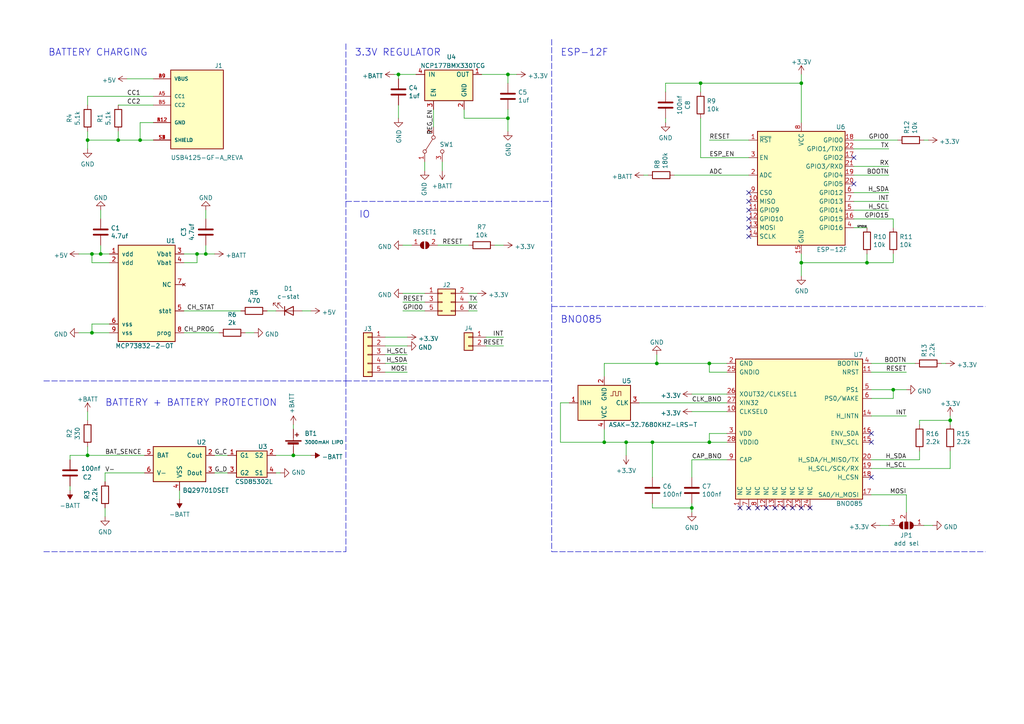
<source format=kicad_sch>
(kicad_sch (version 20211123) (generator eeschema)
  (paper "A4")
  (title_block (title "slime_minimax with bno085") (date "2022-11-16") (rev "c"))
  (lib_symbols
    (symbol "Battery_Management:BQ297xy" (pin_names (offset 1.016))
      (property "Reference" "U" (at -6.35 6.35 0))
      (property "Value" "BQ297xy" (at 5.08 -6.35 0))
      (symbol "BQ297xy_0_1"
        (rectangle (start -7.62 5.08) (end 7.62 -5.08) (stroke (width 0.254)) (fill (type background)))
      )
      (symbol "BQ297xy_1_1"
        (pin no_connect line (at 7.62 0 180) (length 2.54) hide (name "NC") (number "1"))
        (pin output line (at 10.16 2.54 180) (length 2.54) (name "Cout") (number "2"))
        (pin output line (at 10.16 -2.54 180) (length 2.54) (name "Dout") (number "3"))
        (pin power_in line (at 0 -7.62 90) (length 2.54) (name "VSS") (number "4"))
        (pin input line (at -10.16 2.54 0) (length 2.54) (name "BAT") (number "5"))
        (pin input line (at -10.16 -2.54 0) (length 2.54) (name "V-") (number "6"))
      )
    )
    (symbol "Connector_Generic:Conn_01x02" (pin_names (offset 1.016) hide)
      (property "Reference" "J" (at 0 2.54 0))
      (property "Value" "Conn_01x02" (at 0 -5.08 0))
      (symbol "Conn_01x02_1_1"
        (rectangle (start -1.27 -2.413) (end 0 -2.667) (stroke (width 0.1524)))
        (rectangle (start -1.27 0.127) (end 0 -0.127) (stroke (width 0.1524)))
        (rectangle (start -1.27 1.27) (end 1.27 -3.81) (stroke (width 0.254)) (fill (type background)))
        (pin passive line (at -5.08 0 0) (length 3.81) (name "Pin_1") (number "1"))
        (pin passive line (at -5.08 -2.54 0) (length 3.81) (name "Pin_2") (number "2"))
      )
    )
    (symbol "Connector_Generic:Conn_01x05" (pin_names (offset 1.016) hide)
      (property "Reference" "J" (at 0 7.62 0))
      (property "Value" "Conn_01x05" (at 0 -7.62 0))
      (symbol "Conn_01x05_1_1"
        (rectangle (start -1.27 -4.953) (end 0 -5.207) (stroke (width 0.1524)))
        (rectangle (start -1.27 -2.413) (end 0 -2.667) (stroke (width 0.1524)))
        (rectangle (start -1.27 0.127) (end 0 -0.127) (stroke (width 0.1524)))
        (rectangle (start -1.27 2.667) (end 0 2.413) (stroke (width 0.1524)))
        (rectangle (start -1.27 5.207) (end 0 4.953) (stroke (width 0.1524)))
        (rectangle (start -1.27 6.35) (end 1.27 -6.35) (stroke (width 0.254)) (fill (type background)))
        (pin passive line (at -5.08 5.08 0) (length 3.81) (name "Pin_1") (number "1"))
        (pin passive line (at -5.08 2.54 0) (length 3.81) (name "Pin_2") (number "2"))
        (pin passive line (at -5.08 0 0) (length 3.81) (name "Pin_3") (number "3"))
        (pin passive line (at -5.08 -2.54 0) (length 3.81) (name "Pin_4") (number "4"))
        (pin passive line (at -5.08 -5.08 0) (length 3.81) (name "Pin_5") (number "5"))
      )
    )
    (symbol "Connector_Generic:Conn_02x03_Odd_Even" (pin_names (offset 1.016) hide)
      (property "Reference" "J" (at 1.27 5.08 0))
      (property "Value" "Conn_02x03_Odd_Even" (at 1.27 -5.08 0))
      (symbol "Conn_02x03_Odd_Even_1_1"
        (rectangle (start -1.27 -2.413) (end 0 -2.667) (stroke (width 0.1524)))
        (rectangle (start -1.27 0.127) (end 0 -0.127) (stroke (width 0.1524)))
        (rectangle (start -1.27 2.667) (end 0 2.413) (stroke (width 0.1524)))
        (rectangle (start -1.27 3.81) (end 3.81 -3.81) (stroke (width 0.254)) (fill (type background)))
        (rectangle (start 3.81 -2.413) (end 2.54 -2.667) (stroke (width 0.1524)))
        (rectangle (start 3.81 0.127) (end 2.54 -0.127) (stroke (width 0.1524)))
        (rectangle (start 3.81 2.667) (end 2.54 2.413) (stroke (width 0.1524)))
        (pin passive line (at -5.08 2.54 0) (length 3.81) (name "Pin_1") (number "1"))
        (pin passive line (at 7.62 2.54 180) (length 3.81) (name "Pin_2") (number "2"))
        (pin passive line (at -5.08 0 0) (length 3.81) (name "Pin_3") (number "3"))
        (pin passive line (at 7.62 0 180) (length 3.81) (name "Pin_4") (number "4"))
        (pin passive line (at -5.08 -2.54 0) (length 3.81) (name "Pin_5") (number "5"))
        (pin passive line (at 7.62 -2.54 180) (length 3.81) (name "Pin_6") (number "6"))
      )
    )
    (symbol "Device:Battery_Cell" (pin_numbers hide) (pin_names (offset 0) hide)
      (property "Reference" "BT" (at 2.54 2.54 0))
      (property "Value" "Battery_Cell" (at 2.54 0 0))
      (symbol "Battery_Cell_0_1"
        (rectangle (start -2.286 1.778) (end 2.286 1.524) (fill (type outline)))
        (rectangle (start -1.5748 1.1938) (end 1.4732 0.6858) (fill (type outline)))
        (polyline (pts (xy 0 0.762) (xy 0 0)))
        (polyline (pts (xy 0 1.778) (xy 0 2.54)))
        (polyline (pts (xy 0.508 3.429) (xy 1.524 3.429)) (stroke (width 0.254)))
        (polyline (pts (xy 1.016 3.937) (xy 1.016 2.921)) (stroke (width 0.254)))
      )
      (symbol "Battery_Cell_1_1"
        (pin passive line (at 0 5.08 270) (length 2.54) (name "+") (number "1"))
        (pin passive line (at 0 -2.54 90) (length 2.54) (name "-") (number "2"))
      )
    )
    (symbol "Device:C" (pin_numbers hide) (pin_names (offset 0.254))
      (property "Reference" "C" (at 0.635 2.54 0))
      (property "Value" "C" (at 0.635 -2.54 0))
      (symbol "C_0_1"
        (polyline (pts (xy -2.032 -0.762) (xy 2.032 -0.762)) (stroke (width 0.508)))
        (polyline (pts (xy -2.032 0.762) (xy 2.032 0.762)) (stroke (width 0.508)))
      )
      (symbol "C_1_1"
        (pin passive line (at 0 3.81 270) (length 2.794) (name "~") (number "1"))
        (pin passive line (at 0 -3.81 90) (length 2.794) (name "~") (number "2"))
      )
    )
    (symbol "Device:LED" (pin_numbers hide) (pin_names (offset 1.016) hide)
      (property "Reference" "D" (at 0 2.54 0))
      (property "Value" "LED" (at 0 -2.54 0))
      (symbol "LED_0_1"
        (polyline (pts (xy -1.27 -1.27) (xy -1.27 1.27)) (stroke (width 0.254)))
        (polyline (pts (xy -1.27 0) (xy 1.27 0)))
        (polyline (pts (xy 1.27 -1.27) (xy 1.27 1.27) (xy -1.27 0) (xy 1.27 -1.27)) (stroke (width 0.254)))
        (polyline (pts (xy -3.048 -0.762) (xy -4.572 -2.286) (xy -3.81 -2.286) (xy -4.572 -2.286) (xy -4.572 -1.524)))
        (polyline (pts (xy -1.778 -0.762) (xy -3.302 -2.286) (xy -2.54 -2.286) (xy -3.302 -2.286) (xy -3.302 -1.524)))
      )
      (symbol "LED_1_1"
        (pin passive line (at -3.81 0 0) (length 2.54) (name "K") (number "1"))
        (pin passive line (at 3.81 0 180) (length 2.54) (name "A") (number "2"))
      )
    )
    (symbol "Device:R" (pin_numbers hide) (pin_names (offset 0))
      (property "Reference" "R" (at 2.032 0 90))
      (property "Value" "R" (at 0 0 90))
      (symbol "R_0_1"
        (rectangle (start -1.016 -2.54) (end 1.016 2.54) (stroke (width 0.254)))
      )
      (symbol "R_1_1"
        (pin passive line (at 0 3.81 270) (length 1.27) (name "~") (number "1"))
        (pin passive line (at 0 -3.81 90) (length 1.27) (name "~") (number "2"))
      )
    )
    (symbol "Jumper:SolderJumper_2_Open" (pin_names (offset 0) hide)
      (property "Reference" "JP" (at 0 2.032 0))
      (property "Value" "SolderJumper_2_Open" (at 0 -2.54 0))
      (symbol "SolderJumper_2_Open_0_1"
        (arc (start -0.254 1.016) (mid -1.27 0) (end -0.254 -1.016))
        (arc (start -0.254 1.016) (mid -1.27 0) (end -0.254 -1.016) (fill (type outline)))
        (polyline (pts (xy -0.254 1.016) (xy -0.254 -1.016)))
        (polyline (pts (xy 0.254 1.016) (xy 0.254 -1.016)))
        (arc (start 0.254 -1.016) (mid 1.27 0) (end 0.254 1.016))
        (arc (start 0.254 -1.016) (mid 1.27 0) (end 0.254 1.016) (fill (type outline)))
      )
      (symbol "SolderJumper_2_Open_1_1"
        (pin passive line (at -3.81 0 0) (length 2.54) (name "A") (number "1"))
        (pin passive line (at 3.81 0 180) (length 2.54) (name "B") (number "2"))
      )
    )
    (symbol "RF_Module:ESP-12E"
      (property "Reference" "U" (at -12.7 19.05 0))
      (property "Value" "ESP-12E" (at 12.7 19.05 0))
      (symbol "ESP-12E_0_1"
        (rectangle (start -12.7 17.78) (end 12.7 -15.24) (stroke (width 0.254)) (fill (type background)))
      )
      (symbol "ESP-12E_1_1"
        (pin input line (at -15.24 15.24 0) (length 2.54) (name "~{RST}") (number "1"))
        (pin bidirectional line (at -15.24 -2.54 0) (length 2.54) (name "MISO") (number "10"))
        (pin bidirectional line (at -15.24 -5.08 0) (length 2.54) (name "GPIO9") (number "11"))
        (pin bidirectional line (at -15.24 -7.62 0) (length 2.54) (name "GPIO10") (number "12"))
        (pin bidirectional line (at -15.24 -10.16 0) (length 2.54) (name "MOSI") (number "13"))
        (pin bidirectional line (at -15.24 -12.7 0) (length 2.54) (name "SCLK") (number "14"))
        (pin power_in line (at 0 -17.78 90) (length 2.54) (name "GND") (number "15"))
        (pin bidirectional line (at 15.24 -7.62 180) (length 2.54) (name "GPIO15") (number "16"))
        (pin bidirectional line (at 15.24 10.16 180) (length 2.54) (name "GPIO2") (number "17"))
        (pin bidirectional line (at 15.24 15.24 180) (length 2.54) (name "GPIO0") (number "18"))
        (pin bidirectional line (at 15.24 5.08 180) (length 2.54) (name "GPIO4") (number "19"))
        (pin input line (at -15.24 5.08 0) (length 2.54) (name "ADC") (number "2"))
        (pin bidirectional line (at 15.24 2.54 180) (length 2.54) (name "GPIO5") (number "20"))
        (pin bidirectional line (at 15.24 7.62 180) (length 2.54) (name "GPIO3/RXD") (number "21"))
        (pin bidirectional line (at 15.24 12.7 180) (length 2.54) (name "GPIO1/TXD") (number "22"))
        (pin input line (at -15.24 10.16 0) (length 2.54) (name "EN") (number "3"))
        (pin bidirectional line (at 15.24 -10.16 180) (length 2.54) (name "GPIO16") (number "4"))
        (pin bidirectional line (at 15.24 -5.08 180) (length 2.54) (name "GPIO14") (number "5"))
        (pin bidirectional line (at 15.24 0 180) (length 2.54) (name "GPIO12") (number "6"))
        (pin bidirectional line (at 15.24 -2.54 180) (length 2.54) (name "GPIO13") (number "7"))
        (pin power_in line (at 0 20.32 270) (length 2.54) (name "VCC") (number "8"))
        (pin input line (at -15.24 0 0) (length 2.54) (name "CS0") (number "9"))
      )
    )
    (symbol "Switch:SW_SPDT" (pin_names (offset 0) hide)
      (property "Reference" "SW" (at 0 4.318 0))
      (property "Value" "SW_SPDT" (at 0 -5.08 0))
      (symbol "SW_SPDT_0_0"
        (circle (center -2.032 0) (radius 0.508))
        (circle (center 2.032 -2.54) (radius 0.508))
      )
      (symbol "SW_SPDT_0_1"
        (polyline (pts (xy -1.524 0.254) (xy 1.651 2.286)))
        (circle (center 2.032 2.54) (radius 0.508))
      )
      (symbol "SW_SPDT_1_1"
        (pin passive line (at 5.08 2.54 180) (length 2.54) (name "A") (number "1"))
        (pin passive line (at -5.08 0 0) (length 2.54) (name "B") (number "2"))
        (pin passive line (at 5.08 -2.54 180) (length 2.54) (name "C") (number "3"))
      )
    )
    (symbol "power:+3.3V" (power) (pin_names (offset 0))
      (property "Value" "+3.3V" (at 0 3.556 0))
      (symbol "+3.3V_0_1"
        (polyline (pts (xy -0.762 1.27) (xy 0 2.54)))
        (polyline (pts (xy 0 0) (xy 0 2.54)))
        (polyline (pts (xy 0 2.54) (xy 0.762 1.27)))
      )
      (symbol "+3.3V_1_1"
        (pin power_in line (at 0 0 90) (length 0) hide (name "+3.3V") (number "1"))
      )
    )
    (symbol "power:+5V" (power) (pin_names (offset 0))
      (property "Value" "+5V" (at 0 3.556 0))
      (symbol "+5V_0_1"
        (polyline (pts (xy -0.762 1.27) (xy 0 2.54)))
        (polyline (pts (xy 0 0) (xy 0 2.54)))
        (polyline (pts (xy 0 2.54) (xy 0.762 1.27)))
      )
      (symbol "+5V_1_1"
        (pin power_in line (at 0 0 90) (length 0) hide (name "+5V") (number "1"))
      )
    )
    (symbol "power:+BATT" (power) (pin_names (offset 0))
      (property "Value" "+BATT" (at 0 3.556 0))
      (symbol "+BATT_0_1"
        (polyline (pts (xy -0.762 1.27) (xy 0 2.54)))
        (polyline (pts (xy 0 0) (xy 0 2.54)))
        (polyline (pts (xy 0 2.54) (xy 0.762 1.27)))
      )
      (symbol "+BATT_1_1"
        (pin power_in line (at 0 0 90) (length 0) hide (name "+BATT") (number "1"))
      )
    )
    (symbol "power:-BATT" (power) (pin_names (offset 0))
      (property "Value" "-BATT" (at 0 3.556 0))
      (symbol "-BATT_0_1"
        (polyline (pts (xy 0 0) (xy 0 2.54)))
        (polyline (pts (xy 0.762 1.27) (xy -0.762 1.27) (xy 0 2.54) (xy 0.762 1.27)) (fill (type outline)))
      )
      (symbol "-BATT_1_1"
        (pin power_in line (at 0 0 90) (length 0) hide (name "-BATT") (number "1"))
      )
    )
    (symbol "power:GND" (power) (pin_names (offset 0))
      (property "Value" "GND" (at 0 -3.81 0))
      (symbol "GND_0_1"
        (polyline (pts (xy 0 0) (xy 0 -1.27) (xy 1.27 -1.27) (xy 0 -2.54) (xy -1.27 -1.27) (xy 0 -1.27)))
      )
      (symbol "GND_1_1"
        (pin power_in line (at 0 0 270) (length 0) hide (name "GND") (number "1"))
      )
    )
    (symbol "slime-rescue:BNO085-Sensor" (pin_names (offset 1.016))
      (property "Reference" "U" (at 0 0 0))
      (property "Value" "BNO085-Sensor" (at 0 -3.81 0))
      (symbol "BNO085-Sensor_0_1"
        (rectangle (start -19.05 -2.54) (end 17.78 -43.18) (stroke (width 0.254)) (fill (type background)))
      )
      (symbol "BNO085-Sensor_1_1"
        (pin no_connect line (at -17.78 -45.72 90) (length 2.54) (name "NC") (number "1"))
        (pin input line (at -21.59 -17.78 0) (length 2.54) (name "CLKSEL0") (number "10"))
        (pin input line (at 20.32 -6.35 180) (length 2.54) (name "NRST") (number "11"))
        (pin no_connect line (at -10.16 -45.72 90) (length 2.54) (name "NC") (number "12"))
        (pin no_connect line (at -7.62 -45.72 90) (length 2.54) (name "NC") (number "13"))
        (pin output line (at 20.32 -19.05 180) (length 2.54) (name "H_INTN") (number "14"))
        (pin bidirectional line (at 20.32 -26.67 180) (length 2.54) (name "ENV_SCL") (number "15"))
        (pin bidirectional line (at 20.32 -24.13 180) (length 2.54) (name "ENV_SDA") (number "16"))
        (pin input line (at 20.32 -41.91 180) (length 2.54) (name "SA0/H_MOSI") (number "17"))
        (pin input line (at 20.32 -36.83 180) (length 2.54) (name "H_CSN") (number "18"))
        (pin bidirectional line (at 20.32 -34.29 180) (length 2.54) (name "H_SCL/SCK/RX") (number "19"))
        (pin power_in line (at -21.59 -3.81 0) (length 2.54) (name "GND") (number "2"))
        (pin bidirectional line (at 20.32 -31.75 180) (length 2.54) (name "H_SDA/H_MISO/TX") (number "20"))
        (pin no_connect line (at -5.08 -45.72 90) (length 2.54) (name "NC") (number "21"))
        (pin no_connect line (at -2.54 -45.72 90) (length 2.54) (name "NC") (number "22"))
        (pin no_connect line (at 0 -45.72 90) (length 2.54) (name "NC") (number "23"))
        (pin no_connect line (at 2.54 -45.72 90) (length 2.54) (name "NC") (number "24"))
        (pin power_in line (at -21.59 -6.35 0) (length 2.54) (name "GNDIO") (number "25"))
        (pin output line (at -21.59 -12.7 0) (length 2.54) (name "XOUT32/CLKSEL1") (number "26"))
        (pin input line (at -21.59 -15.24 0) (length 2.54) (name "XIN32") (number "27"))
        (pin power_in line (at -21.59 -26.67 0) (length 2.54) (name "VDDIO") (number "28"))
        (pin power_in line (at -21.59 -24.13 0) (length 2.54) (name "VDD") (number "3"))
        (pin input line (at 20.32 -3.81 180) (length 2.54) (name "BOOTN") (number "4"))
        (pin input line (at 20.32 -11.43 180) (length 2.54) (name "PS1") (number "5"))
        (pin input line (at 20.32 -13.97 180) (length 2.54) (name "PS0/WAKE") (number "6"))
        (pin no_connect line (at -15.24 -45.72 90) (length 2.54) (name "NC") (number "7"))
        (pin no_connect line (at -12.7 -45.72 90) (length 2.54) (name "NC") (number "8"))
        (pin input line (at -21.59 -31.75 0) (length 2.54) (name "CAP") (number "9"))
      )
    )
    (symbol "slime-rescue:CSD85302L-Transistor_FET" (pin_names (offset 1.016))
      (property "Reference" "U" (at 0 0 0))
      (property "Value" "CSD85302L-Transistor_FET" (at 0 0 0))
      (symbol "CSD85302L-Transistor_FET_0_1"
        (rectangle (start -5.08 -3.81) (end 3.81 -11.43) (stroke (width 0.254)) (fill (type background)))
      )
      (symbol "CSD85302L-Transistor_FET_1_1"
        (pin input line (at -7.62 -5.08 0) (length 2.54) (name "G1") (number "1"))
        (pin input line (at 6.35 -5.08 180) (length 2.54) (name "S2") (number "2"))
        (pin input line (at -7.62 -10.16 0) (length 2.54) (name "G2") (number "3"))
        (pin input line (at 6.35 -10.16 180) (length 2.54) (name "S1") (number "4"))
      )
    )
    (symbol "slime-rescue:KC2520Z-Oscillator"
      (property "Reference" "U" (at 2.54 12.7 0))
      (property "Value" "KC2520Z-Oscillator" (at 6.35 10.16 0))
      (symbol "KC2520Z-Oscillator_0_1"
        (rectangle (start -7.62 5.08) (end 7.62 -5.08) (stroke (width 0.254)) (fill (type background)))
      )
      (symbol "KC2520Z-Oscillator_1_1"
        (polyline (pts (xy 1.778 2.032) (xy 2.54 2.032) (xy 2.54 3.302) (xy 3.302 3.302) (xy 3.302 2.032) (xy 4.064 2.032) (xy 4.064 3.302) (xy 4.826 3.302) (xy 4.826 2.032)))
        (pin input line (at -10.16 0 0) (length 2.54) (name "INH") (number "1"))
        (pin power_in line (at 0 7.62 270) (length 2.54) (name "GND") (number "2"))
        (pin output line (at 10.16 0 180) (length 2.54) (name "CLK") (number "3"))
        (pin power_in line (at 0 -7.62 90) (length 2.54) (name "VCC") (number "4"))
      )
    )
    (symbol "slime-rescue:MCP73832-2-OT-Battery_Management" (pin_names (offset 1.016))
      (property "Reference" "U" (at -7.62 6.35 0))
      (property "Value" "MCP73832-2-OT-Battery_Management" (at 1.27 6.35 0))
      (symbol "MCP73832-2-OT-Battery_Management_0_1"
        (rectangle (start -7.62 5.08) (end 8.89 -22.86) (stroke (width 0.254)) (fill (type background)))
      )
      (symbol "MCP73832-2-OT-Battery_Management_1_1"
        (pin power_in line (at -10.16 2.54 0) (length 2.54) (name "vdd") (number "1"))
        (pin power_in line (at -10.16 0 0) (length 2.54) (name "vdd") (number "2"))
        (pin input line (at 11.43 2.54 180) (length 2.54) (name "Vbat") (number "3"))
        (pin input line (at 11.43 0 180) (length 2.54) (name "Vbat") (number "4"))
        (pin input line (at 11.43 -13.97 180) (length 2.54) (name "stat") (number "5"))
        (pin power_out line (at -10.16 -17.78 0) (length 2.54) (name "vss") (number "6"))
        (pin no_connect line (at 11.43 -6.35 180) (length 2.54) (name "NC") (number "7"))
        (pin input line (at 11.43 -20.32 180) (length 2.54) (name "prog") (number "8"))
        (pin power_out line (at -10.16 -20.32 0) (length 2.54) (name "vss") (number "9"))
      )
    )
    (symbol "slime-rescue:NCP177BMX330TCG-Regulator_Linear" (pin_names (offset 1.016))
      (property "Reference" "U" (at 1.27 8.89 0))
      (property "Value" "NCP177BMX330TCG-Regulator_Linear" (at 1.27 6.35 0))
      (symbol "NCP177BMX330TCG-Regulator_Linear_0_1"
        (rectangle (start -5.08 3.81) (end 8.89 -5.08) (stroke (width 0.254)) (fill (type background)))
      )
      (symbol "NCP177BMX330TCG-Regulator_Linear_1_1"
        (pin power_out line (at 11.43 2.54 180) (length 2.54) (name "OUT") (number "1"))
        (pin power_in line (at 6.35 -7.62 90) (length 2.54) (name "GND") (number "2"))
        (pin input line (at -2.54 -7.62 90) (length 2.54) (name "EN") (number "3"))
        (pin power_in line (at -7.62 2.54 0) (length 2.54) (name "IN") (number "4"))
      )
    )
    (symbol "slime-rescue:SolderJumper_3_Open-Jumper" (pin_names (offset 0) hide)
      (property "Reference" "JP" (at -2.54 -2.54 0))
      (property "Value" "SolderJumper_3_Open-Jumper" (at 0 2.794 0))
      (symbol "SolderJumper_3_Open-Jumper_0_1"
        (arc (start -1.016 1.016) (mid -2.032 0) (end -1.016 -1.016))
        (arc (start -1.016 1.016) (mid -2.032 0) (end -1.016 -1.016) (fill (type outline)))
        (rectangle (start -0.508 1.016) (end 0.508 -1.016) (fill (type outline)))
        (polyline (pts (xy -2.54 0) (xy -2.032 0)))
        (polyline (pts (xy -1.016 1.016) (xy -1.016 -1.016)))
        (polyline (pts (xy 0 -1.27) (xy 0 -1.016)))
        (polyline (pts (xy 1.016 1.016) (xy 1.016 -1.016)))
        (polyline (pts (xy 2.54 0) (xy 2.032 0)))
        (arc (start 1.016 -1.016) (mid 2.032 0) (end 1.016 1.016))
        (arc (start 1.016 -1.016) (mid 2.032 0) (end 1.016 1.016) (fill (type outline)))
      )
      (symbol "SolderJumper_3_Open-Jumper_1_1"
        (pin passive line (at -5.08 0 0) (length 2.54) (name "A") (number "1"))
        (pin input line (at 0 -3.81 90) (length 2.54) (name "C") (number "2"))
        (pin passive line (at 5.08 0 180) (length 2.54) (name "B") (number "3"))
      )
    )
    (symbol "slime-rescue:USB4125-GF-A_REVA-USB4125-GF-A_REVA" (pin_names (offset 1.016))
      (property "Reference" "J" (at -7.62 10.922 0))
      (property "Value" "USB4125-GF-A_REVA-USB4125-GF-A_REVA" (at -7.62 -13.462 0))
      (symbol "USB4125-GF-A_REVA-USB4125-GF-A_REVA_0_0"
        (rectangle (start -7.62 -12.7) (end 7.62 10.16) (stroke (width 0.254)) (fill (type background)))
        (pin power_in line (at -12.7 -5.08 0) (length 5.08) (name "GND") (number "A12"))
        (pin bidirectional line (at -12.7 2.54 0) (length 5.08) (name "CC1") (number "A5"))
        (pin power_in line (at -12.7 7.62 0) (length 5.08) (name "VBUS") (number "A9"))
        (pin power_in line (at -12.7 -5.08 0) (length 5.08) (name "GND") (number "B12"))
        (pin bidirectional line (at -12.7 0 0) (length 5.08) (name "CC2") (number "B5"))
        (pin power_in line (at -12.7 7.62 0) (length 5.08) (name "VBUS") (number "B9"))
        (pin passive line (at -12.7 -10.16 0) (length 5.08) (name "SHIELD") (number "S1"))
        (pin passive line (at -12.7 -10.16 0) (length 5.08) (name "SHIELD") (number "S2"))
        (pin passive line (at -12.7 -10.16 0) (length 5.08) (name "SHIELD") (number "S3"))
        (pin passive line (at -12.7 -10.16 0) (length 5.08) (name "SHIELD") (number "S4"))
      )
    )
  )
  (junction (at 29.21 73.66))
  (junction (at 59.69 73.66))
  (junction (at 85.09 132.08))
  (junction (at 200.66 147.32))
  (junction (at 26.67 73.66))
  (junction (at 25.4 132.08))
  (junction (at 205.74 105.41))
  (junction (at 26.67 96.52))
  (junction (at 203.2 24.13))
  (junction (at 251.46 76.2))
  (junction (at 181.61 128.27))
  (junction (at 189.23 128.27))
  (junction (at 57.15 73.66))
  (junction (at 205.74 128.27))
  (junction (at 147.32 21.59))
  (junction (at 34.29 40.64))
  (junction (at 25.4 40.64))
  (junction (at 147.32 34.29))
  (junction (at 232.41 24.13))
  (junction (at 40.64 40.64))
  (junction (at 275.59 121.92))
  (junction (at 259.08 113.03))
  (junction (at 175.26 128.27))
  (junction (at 115.57 21.59))
  (junction (at 190.5 105.41))
  (junction (at 232.41 76.2))
  (no_connect (at 252.73 125.73))
  (no_connect (at 217.17 66.04))
  (no_connect (at 217.17 55.88))
  (no_connect (at 247.65 53.34))
  (no_connect (at 234.95 147.32))
  (no_connect (at 219.71 147.32))
  (no_connect (at 232.41 147.32))
  (no_connect (at 217.17 147.32))
  (no_connect (at 227.33 147.32))
  (no_connect (at 214.63 147.32))
  (no_connect (at 224.79 147.32))
  (no_connect (at 217.17 68.58))
  (no_connect (at 252.73 138.43))
  (no_connect (at 217.17 60.96))
  (no_connect (at 217.17 63.5))
  (no_connect (at 252.73 128.27))
  (no_connect (at 247.65 45.72))
  (no_connect (at 229.87 147.32))
  (no_connect (at 217.17 58.42))
  (no_connect (at 222.25 147.32))
  (wire (pts (xy 200.66 119.38) (xy 210.82 119.38)))
  (wire (pts (xy 147.32 21.59) (xy 149.86 21.59)))
  (wire (pts (xy 57.15 73.66) (xy 57.15 76.2)))
  (wire (pts (xy 200.66 114.3) (xy 210.82 114.3)))
  (wire (pts (xy 62.23 132.08) (xy 66.04 132.08)))
  (wire (pts (xy 59.69 73.66) (xy 62.23 73.66)))
  (wire (pts (xy 36.83 22.86) (xy 44.45 22.86)))
  (wire (pts (xy 147.32 31.75) (xy 147.32 34.29)))
  (wire (pts (xy 123.19 46.99) (xy 123.19 49.53)))
  (wire (pts (xy 200.66 146.05) (xy 200.66 147.32)))
  (wire (pts (xy 247.65 58.42) (xy 257.81 58.42)))
  (wire (pts (xy 266.7 121.92) (xy 275.59 121.92)))
  (wire (pts (xy 175.26 109.22) (xy 175.26 105.41)))
  (wire (pts (xy 115.57 30.48) (xy 115.57 34.29)))
  (wire (pts (xy 162.56 128.27) (xy 175.26 128.27)))
  (wire (pts (xy 247.65 55.88) (xy 257.81 55.88)))
  (wire (pts (xy 25.4 40.64) (xy 34.29 40.64)))
  (polyline (pts (xy 160.02 11.43) (xy 160.02 58.42)))
  (wire (pts (xy 53.34 96.52) (xy 63.5 96.52)))
  (wire (pts (xy 259.08 76.2) (xy 259.08 73.66)))
  (wire (pts (xy 31.75 93.98) (xy 26.67 93.98)))
  (wire (pts (xy 147.32 24.13) (xy 147.32 21.59)))
  (wire (pts (xy 128.27 46.99) (xy 128.27 49.53)))
  (wire (pts (xy 62.23 137.16) (xy 66.04 137.16)))
  (wire (pts (xy 186.69 50.8) (xy 187.96 50.8)))
  (wire (pts (xy 29.21 60.96) (xy 29.21 63.5)))
  (wire (pts (xy 247.65 66.04) (xy 251.46 66.04)))
  (wire (pts (xy 87.63 90.17) (xy 90.17 90.17)))
  (wire (pts (xy 116.84 87.63) (xy 123.19 87.63)))
  (wire (pts (xy 111.76 105.41) (xy 118.11 105.41)))
  (polyline (pts (xy 100.33 58.42) (xy 160.02 58.42)))
  (wire (pts (xy 143.51 71.12) (xy 146.05 71.12)))
  (polyline (pts (xy 100.33 110.49) (xy 100.33 160.02)))
  (wire (pts (xy 40.64 40.64) (xy 44.45 40.64)))
  (wire (pts (xy 232.41 21.59) (xy 232.41 24.13)))
  (wire (pts (xy 181.61 128.27) (xy 181.61 132.08)))
  (wire (pts (xy 175.26 124.46) (xy 175.26 128.27)))
  (wire (pts (xy 252.73 133.35) (xy 266.7 133.35)))
  (wire (pts (xy 140.97 100.33) (xy 146.05 100.33)))
  (wire (pts (xy 114.3 21.59) (xy 115.57 21.59)))
  (wire (pts (xy 80.01 132.08) (xy 85.09 132.08)))
  (polyline (pts (xy 100.33 110.49) (xy 160.02 110.49)))
  (wire (pts (xy 34.29 38.1) (xy 34.29 40.64)))
  (wire (pts (xy 34.29 40.64) (xy 40.64 40.64)))
  (wire (pts (xy 185.42 116.84) (xy 210.82 116.84)))
  (wire (pts (xy 140.97 97.79) (xy 146.05 97.79)))
  (wire (pts (xy 175.26 128.27) (xy 181.61 128.27)))
  (wire (pts (xy 267.97 152.4) (xy 270.51 152.4)))
  (wire (pts (xy 247.65 40.64) (xy 260.35 40.64)))
  (wire (pts (xy 135.89 90.17) (xy 138.43 90.17)))
  (wire (pts (xy 116.84 85.09) (xy 123.19 85.09)))
  (wire (pts (xy 200.66 133.35) (xy 210.82 133.35)))
  (wire (pts (xy 26.67 93.98) (xy 26.67 96.52)))
  (wire (pts (xy 53.34 76.2) (xy 57.15 76.2)))
  (wire (pts (xy 193.04 34.29) (xy 193.04 35.56)))
  (wire (pts (xy 190.5 105.41) (xy 205.74 105.41)))
  (wire (pts (xy 34.29 30.48) (xy 44.45 30.48)))
  (wire (pts (xy 275.59 121.92) (xy 275.59 123.19)))
  (wire (pts (xy 181.61 128.27) (xy 189.23 128.27)))
  (wire (pts (xy 267.97 40.64) (xy 269.24 40.64)))
  (wire (pts (xy 210.82 125.73) (xy 205.74 125.73)))
  (wire (pts (xy 22.86 73.66) (xy 26.67 73.66)))
  (polyline (pts (xy 160.02 88.9) (xy 160.02 160.02)))
  (wire (pts (xy 20.32 132.08) (xy 25.4 132.08)))
  (wire (pts (xy 22.86 96.52) (xy 26.67 96.52)))
  (wire (pts (xy 25.4 27.94) (xy 25.4 30.48)))
  (wire (pts (xy 116.84 71.12) (xy 119.38 71.12)))
  (wire (pts (xy 210.82 107.95) (xy 205.74 107.95)))
  (wire (pts (xy 275.59 120.65) (xy 275.59 121.92)))
  (wire (pts (xy 53.34 90.17) (xy 69.85 90.17)))
  (wire (pts (xy 232.41 73.66) (xy 232.41 76.2)))
  (wire (pts (xy 26.67 73.66) (xy 29.21 73.66)))
  (wire (pts (xy 20.32 140.97) (xy 20.32 142.24)))
  (wire (pts (xy 193.04 26.67) (xy 193.04 24.13)))
  (wire (pts (xy 26.67 73.66) (xy 26.67 76.2)))
  (polyline (pts (xy 12.7 160.02) (xy 100.33 160.02)))
  (wire (pts (xy 57.15 73.66) (xy 59.69 73.66)))
  (polyline (pts (xy 100.33 12.7) (xy 100.33 110.49)))
  (wire (pts (xy 200.66 147.32) (xy 200.66 148.59)))
  (wire (pts (xy 25.4 132.08) (xy 41.91 132.08)))
  (wire (pts (xy 266.7 133.35) (xy 266.7 130.81)))
  (wire (pts (xy 252.73 113.03) (xy 259.08 113.03)))
  (wire (pts (xy 252.73 115.57) (xy 259.08 115.57)))
  (wire (pts (xy 162.56 116.84) (xy 162.56 128.27)))
  (wire (pts (xy 30.48 137.16) (xy 41.91 137.16)))
  (wire (pts (xy 266.7 123.19) (xy 266.7 121.92)))
  (polyline (pts (xy 160.02 88.9) (xy 285.75 88.9)))
  (wire (pts (xy 189.23 147.32) (xy 200.66 147.32)))
  (wire (pts (xy 25.4 38.1) (xy 25.4 40.64)))
  (wire (pts (xy 80.01 137.16) (xy 81.28 137.16)))
  (wire (pts (xy 115.57 21.59) (xy 120.65 21.59)))
  (wire (pts (xy 125.73 31.75) (xy 125.73 36.83)))
  (wire (pts (xy 255.27 152.4) (xy 257.81 152.4)))
  (wire (pts (xy 252.73 105.41) (xy 265.43 105.41)))
  (wire (pts (xy 111.76 102.87) (xy 118.11 102.87)))
  (wire (pts (xy 116.84 90.17) (xy 123.19 90.17)))
  (wire (pts (xy 59.69 71.12) (xy 59.69 73.66)))
  (wire (pts (xy 30.48 137.16) (xy 30.48 139.7)))
  (polyline (pts (xy 160.02 160.02) (xy 285.75 160.02)))
  (wire (pts (xy 134.62 34.29) (xy 147.32 34.29)))
  (wire (pts (xy 203.2 45.72) (xy 217.17 45.72)))
  (wire (pts (xy 203.2 24.13) (xy 232.41 24.13)))
  (wire (pts (xy 115.57 21.59) (xy 115.57 22.86)))
  (wire (pts (xy 29.21 71.12) (xy 29.21 73.66)))
  (wire (pts (xy 262.89 143.51) (xy 262.89 148.59)))
  (wire (pts (xy 85.09 132.08) (xy 90.17 132.08)))
  (wire (pts (xy 275.59 135.89) (xy 275.59 130.81)))
  (wire (pts (xy 26.67 76.2) (xy 31.75 76.2)))
  (wire (pts (xy 259.08 115.57) (xy 259.08 113.03)))
  (polyline (pts (xy 12.7 110.49) (xy 100.33 110.49)))
  (wire (pts (xy 175.26 105.41) (xy 190.5 105.41)))
  (wire (pts (xy 85.09 123.19) (xy 85.09 124.46)))
  (wire (pts (xy 200.66 133.35) (xy 200.66 138.43)))
  (wire (pts (xy 247.65 43.18) (xy 257.81 43.18)))
  (wire (pts (xy 203.2 24.13) (xy 203.2 26.67)))
  (wire (pts (xy 25.4 40.64) (xy 25.4 43.18)))
  (wire (pts (xy 247.65 60.96) (xy 257.81 60.96)))
  (polyline (pts (xy 160.02 58.42) (xy 160.02 88.9)))
  (wire (pts (xy 44.45 35.56) (xy 40.64 35.56)))
  (wire (pts (xy 29.21 73.66) (xy 31.75 73.66)))
  (wire (pts (xy 77.47 90.17) (xy 80.01 90.17)))
  (wire (pts (xy 189.23 128.27) (xy 189.23 138.43)))
  (wire (pts (xy 205.74 107.95) (xy 205.74 105.41)))
  (wire (pts (xy 252.73 120.65) (xy 262.89 120.65)))
  (wire (pts (xy 139.7 21.59) (xy 147.32 21.59)))
  (wire (pts (xy 252.73 107.95) (xy 262.89 107.95)))
  (wire (pts (xy 273.05 105.41) (xy 274.32 105.41)))
  (wire (pts (xy 135.89 87.63) (xy 138.43 87.63)))
  (wire (pts (xy 111.76 97.79) (xy 118.11 97.79)))
  (wire (pts (xy 147.32 34.29) (xy 147.32 38.1)))
  (wire (pts (xy 205.74 128.27) (xy 210.82 128.27)))
  (wire (pts (xy 205.74 40.64) (xy 217.17 40.64)))
  (wire (pts (xy 259.08 113.03) (xy 262.89 113.03)))
  (wire (pts (xy 259.08 63.5) (xy 259.08 66.04)))
  (wire (pts (xy 26.67 96.52) (xy 31.75 96.52)))
  (wire (pts (xy 71.12 96.52) (xy 73.66 96.52)))
  (wire (pts (xy 247.65 50.8) (xy 257.81 50.8)))
  (wire (pts (xy 217.17 50.8) (xy 195.58 50.8)))
  (wire (pts (xy 53.34 73.66) (xy 57.15 73.66)))
  (wire (pts (xy 135.89 85.09) (xy 138.43 85.09)))
  (wire (pts (xy 205.74 125.73) (xy 205.74 128.27)))
  (wire (pts (xy 25.4 119.38) (xy 25.4 121.92)))
  (wire (pts (xy 251.46 73.66) (xy 251.46 76.2)))
  (wire (pts (xy 247.65 63.5) (xy 259.08 63.5)))
  (wire (pts (xy 165.1 116.84) (xy 162.56 116.84)))
  (wire (pts (xy 40.64 35.56) (xy 40.64 40.64)))
  (wire (pts (xy 25.4 129.54) (xy 25.4 132.08)))
  (wire (pts (xy 247.65 48.26) (xy 257.81 48.26)))
  (wire (pts (xy 232.41 24.13) (xy 232.41 35.56)))
  (wire (pts (xy 232.41 76.2) (xy 251.46 76.2)))
  (wire (pts (xy 59.69 60.96) (xy 59.69 63.5)))
  (wire (pts (xy 127 71.12) (xy 135.89 71.12)))
  (wire (pts (xy 111.76 107.95) (xy 118.11 107.95)))
  (wire (pts (xy 134.62 31.75) (xy 134.62 34.29)))
  (wire (pts (xy 193.04 24.13) (xy 203.2 24.13)))
  (wire (pts (xy 232.41 76.2) (xy 232.41 80.01)))
  (wire (pts (xy 52.07 142.24) (xy 52.07 144.78)))
  (wire (pts (xy 30.48 147.32) (xy 30.48 149.86)))
  (wire (pts (xy 189.23 128.27) (xy 205.74 128.27)))
  (wire (pts (xy 252.73 143.51) (xy 262.89 143.51)))
  (wire (pts (xy 252.73 135.89) (xy 275.59 135.89)))
  (wire (pts (xy 203.2 34.29) (xy 203.2 45.72)))
  (wire (pts (xy 190.5 102.87) (xy 190.5 105.41)))
  (wire (pts (xy 111.76 100.33) (xy 118.11 100.33)))
  (wire (pts (xy 189.23 146.05) (xy 189.23 147.32)))
  (wire (pts (xy 251.46 76.2) (xy 259.08 76.2)))
  (wire (pts (xy 44.45 27.94) (xy 25.4 27.94)))
  (wire (pts (xy 20.32 132.08) (xy 20.32 133.35)))
  (wire (pts (xy 205.74 105.41) (xy 210.82 105.41)))
  (text "3.3V REGULATOR" (at 102.87 16.51 0) (effects (font (size 2 2)) (justify left bottom)))
  (text "ESP-12F" (at 162.56 16.51 0) (effects (font (size 2 2)) (justify left bottom)))
  (text "BATTERY CHARGING" (at 13.97 16.51 0) (effects (font (size 2 2)) (justify left bottom)))
  (text "BNO085" (at 162.56 93.98 0) (effects (font (size 2 2)) (justify left bottom)))
  (text "BATTERY + BATTERY PROTECTION" (at 30.48 118.11 0) (effects (font (size 2 2)) (justify left bottom)))
  (text "IO" (at 104.14 63.5 0) (effects (font (size 2 2)) (justify left bottom)))
  (label "INT" (at 257.81 58.42 180))
  (label "GPIO0" (at 257.81 40.64 180))
  (label "RESET" (at 146.05 100.33 180))
  (label "BOOTN" (at 257.81 50.8 180))
  (label "REG_EN" (at 125.73 31.75 270))
  (label "G_D" (at 62.23 137.16 0))
  (label "BAT_SENCE" (at 30.48 132.08 0))
  (label "INT" (at 146.05 97.79 180))
  (label "RESET" (at 116.84 87.63 0))
  (label "GPIO16" (at 251.46 66.04 180) (effects (font (size 0.5 0.5))))
  (label "CH_STAT" (at 62.23 90.17 180))
  (label "RESET" (at 128.27 71.12 0))
  (label "RESET" (at 205.74 40.64 0))
  (label "CC2" (at 36.83 30.48 0))
  (label "ESP_EN" (at 205.74 45.72 0))
  (label "H_SCL" (at 118.11 102.87 180))
  (label "ADC" (at 205.74 50.8 0))
  (label "H_SDA" (at 118.11 105.41 180))
  (label "CH_PROG" (at 62.23 96.52 180))
  (label "MOSI" (at 118.11 107.95 180))
  (label "TX" (at 138.43 87.63 180))
  (label "H_SCL" (at 262.89 135.89 180))
  (label "MOSI" (at 262.89 143.51 180))
  (label "V-" (at 30.48 137.16 0))
  (label "H_SCL" (at 257.81 60.96 180))
  (label "CAP_BNO" (at 200.66 133.35 0))
  (label "GPIO0" (at 116.84 90.17 0))
  (label "RESET" (at 262.89 107.95 180))
  (label "CC1" (at 36.83 27.94 0))
  (label "RX" (at 257.81 48.26 180))
  (label "TX" (at 257.81 43.18 180))
  (label "H_SDA" (at 262.89 133.35 180))
  (label "BOOTN" (at 262.89 105.41 180))
  (label "GPIO15" (at 257.81 63.5 180))
  (label "RX" (at 138.43 90.17 180))
  (label "CLK_BNO" (at 200.66 116.84 0))
  (label "G_C" (at 62.23 132.08 0))
  (label "INT" (at 262.89 120.65 180))
  (label "H_SDA" (at 257.81 55.88 180))
  (symbol (lib_id "slime-rescue:MCP73832-2-OT-Battery_Management") (at 41.91 76.2 0) (unit 1)
    (property "Reference" "U1" (at 49.53 69.85 0))
    (property "Value" "MCP73832-2-OT" (at 41.91 100.33 0))
    (property "Footprint" "Package_DFN_QFN:DFN-8-1EP_2x3mm_P0.5mm_EP0.61x2.2mm" (effects hide))
    (property "Datasheet" "http://ww1.microchip.com/downloads/en/DeviceDoc/20001984g.pdf" (effects hide))
  )
  (symbol (lib_id "Device:Battery_Cell") (at 85.09 129.54 0) (unit 1)
    (property "Reference" "BT1" (at 90.17 125.73 0))
    (property "Value" "3000mAH LIPO" (at 93.98 128.27 0) (effects (font (size 1 1))))
  )
  (symbol (lib_id "Device:R") (at 67.31 96.52 270) (unit 1)
    (property "Reference" "R6" (at 67.31 91.2622 90))
    (property "Value" "2k" (at 67.31 93.5736 90))
    (property "Footprint" "Resistor_SMD:R_0402_1005Metric" (effects hide))
  )
  (symbol (lib_id "Device:R") (at 73.66 90.17 270) (unit 1)
    (property "Reference" "R5" (at 73.66 84.9122 90))
    (property "Value" "470" (at 73.66 87.2236 90))
    (property "Footprint" "Resistor_SMD:R_0402_1005Metric" (effects hide))
  )
  (symbol (lib_id "Device:LED") (at 83.82 90.17 0) (mirror x) (unit 1)
    (property "Reference" "D1" (at 83.6422 83.693 0))
    (property "Value" "c-stat" (at 83.6422 86.0044 0))
    (property "Footprint" "Diode_SMD:D_1206_3216Metric" (effects hide))
  )
  (symbol (lib_id "Device:C") (at 29.21 67.31 0) (unit 1)
    (property "Reference" "C1" (at 32.131 66.1416 0) (effects (justify left)))
    (property "Value" "4.7uf" (at 32.131 68.453 0) (effects (justify left)))
    (property "Footprint" "Capacitor_SMD:C_0603_1608Metric" (effects hide))
  )
  (symbol (lib_id "Device:C") (at 59.69 67.31 0) (mirror x) (unit 1)
    (property "Reference" "C3" (at 53.2892 67.31 90))
    (property "Value" "4.7uf" (at 55.6006 67.31 90))
    (property "Footprint" "Capacitor_SMD:C_0603_1608Metric" (effects hide))
  )
  (symbol (lib_id "slime-rescue:USB4125-GF-A_REVA-USB4125-GF-A_REVA") (at 57.15 30.48 0) (unit 1)
    (property "Reference" "J1" (at 62.23 19.05 0) (effects (justify left)))
    (property "Value" "USB4125-GF-A_REVA" (at 49.53 45.72 0) (effects (justify left)))
    (property "Footprint" "Connector_USB:GCT_USB4125-GF-A_REVA" (effects hide))
    (property "MANUFACTURER" "GCT" (effects hide))
    (property "STANDARD" "Manufacturer Recommendations" (effects hide))
    (property "PARTREV" "Rev A" (effects hide))
    (property "MAXIMUM_PACKAGE_HEIGHT" "3.16 mm" (effects hide))
  )
  (symbol (lib_id "Device:R") (at 25.4 34.29 0) (unit 1)
    (property "Reference" "R4" (at 20.1422 34.29 90))
    (property "Value" "5.1k" (at 22.4536 34.29 90))
    (property "Footprint" "Resistor_SMD:R_0402_1005Metric" (effects hide))
  )
  (symbol (lib_id "Device:R") (at 34.29 34.29 0) (unit 1)
    (property "Reference" "R1" (at 29.0322 34.29 90))
    (property "Value" "5.1k" (at 31.3436 34.29 90))
    (property "Footprint" "Resistor_SMD:R_0402_1005Metric" (effects hide))
  )
  (symbol (lib_id "slime-rescue:BNO085-Sensor") (at 232.41 101.6 0) (unit 1)
    (property "Reference" "U7" (at 248.92 102.87 0))
    (property "Value" "BNO085" (at 246.38 146.05 0))
    (property "Footprint" "Package_LGA:LGA-28_5.2x3.8mm_P0.5mm" (effects hide))
  )
  (symbol (lib_id "slime-rescue:KC2520Z-Oscillator") (at 175.26 116.84 0) (unit 1)
    (property "Reference" "U5" (at 180.34 110.49 0) (effects (justify left)))
    (property "Value" "ASAK-32.7680KHZ-LRS-T" (at 176.53 123.19 0) (effects (justify left)))
    (property "Footprint" "Oscillator:kc2016" (effects hide))
    (property "Datasheet" "https://global.kyocera.com/prdct/electro/product/pdf/clock_z_xz_e.pdf" (effects hide))
  )
  (symbol (lib_id "Device:C") (at 200.66 142.24 0) (unit 1)
    (property "Reference" "C7" (at 203.581 141.0716 0) (effects (justify left)))
    (property "Value" "100nf" (at 203.581 143.383 0) (effects (justify left)))
    (property "Footprint" "Capacitor_SMD:C_0402_1005Metric" (effects hide))
  )
  (symbol (lib_id "Device:R") (at 266.7 127 0) (unit 1)
    (property "Reference" "R16" (at 268.478 125.8316 0) (effects (justify left)))
    (property "Value" "2.2k" (at 268.478 128.143 0) (effects (justify left)))
    (property "Footprint" "Resistor_SMD:R_0402_1005Metric" (effects hide))
  )
  (symbol (lib_id "Device:R") (at 275.59 127 0) (unit 1)
    (property "Reference" "R15" (at 277.368 125.8316 0) (effects (justify left)))
    (property "Value" "2.2k" (at 277.368 128.143 0) (effects (justify left)))
    (property "Footprint" "Resistor_SMD:R_0402_1005Metric" (effects hide))
  )
  (symbol (lib_id "Device:R") (at 191.77 50.8 90) (unit 1)
    (property "Reference" "R8" (at 190.6016 49.022 0) (effects (justify left)))
    (property "Value" "180k" (at 192.913 49.022 0) (effects (justify left)))
    (property "Footprint" "Resistor_SMD:R_0402_1005Metric" (effects hide))
  )
  (symbol (lib_id "Device:R") (at 269.24 105.41 90) (unit 1)
    (property "Reference" "R13" (at 268.0716 103.632 0) (effects (justify left)))
    (property "Value" "2.2k" (at 270.383 103.632 0) (effects (justify left)))
    (property "Footprint" "Resistor_SMD:R_0402_1005Metric" (effects hide))
  )
  (symbol (lib_id "Device:R") (at 139.7 71.12 270) (unit 1)
    (property "Reference" "R7" (at 139.7 65.8622 90))
    (property "Value" "10k" (at 139.7 68.1736 90))
    (property "Footprint" "Resistor_SMD:R_0402_1005Metric" (effects hide))
  )
  (symbol (lib_id "RF_Module:ESP-12E") (at 232.41 55.88 0) (unit 1)
    (property "Reference" "U6" (at 243.84 36.83 0))
    (property "Value" "ESP-12F" (at 241.3 72.39 0))
    (property "Footprint" "RF_Module:ESP-12E" (effects hide))
    (property "Datasheet" "http://wiki.ai-thinker.com/_media/esp8266/esp8266_series_modules_user_manual_v1.1.pdf" (effects hide))
  )
  (symbol (lib_id "power:GND") (at 232.41 80.01 0) (unit 1)
    (property "Reference" "#PWR014" (effects hide))
    (property "Value" "GND" (at 232.537 84.4042 0))
  )
  (symbol (lib_id "Device:C") (at 193.04 30.48 180) (unit 1)
    (property "Reference" "C8" (at 199.4408 30.48 90))
    (property "Value" "100nf" (at 197.1294 30.48 90))
    (property "Footprint" "Capacitor_SMD:C_0402_1005Metric" (effects hide))
  )
  (symbol (lib_id "Device:C") (at 189.23 142.24 0) (unit 1)
    (property "Reference" "C6" (at 192.151 141.0716 0) (effects (justify left)))
    (property "Value" "100nf" (at 192.151 143.383 0) (effects (justify left)))
    (property "Footprint" "Capacitor_SMD:C_0402_1005Metric" (effects hide))
  )
  (symbol (lib_id "Device:R") (at 203.2 30.48 0) (unit 1)
    (property "Reference" "R9" (at 204.978 29.3116 0) (effects (justify left)))
    (property "Value" "10k" (at 204.978 31.623 0) (effects (justify left)))
    (property "Footprint" "Resistor_SMD:R_0402_1005Metric" (effects hide))
  )
  (symbol (lib_id "slime-rescue:SolderJumper_3_Open-Jumper") (at 262.89 152.4 180) (unit 1)
    (property "Reference" "JP1" (at 262.89 155.2702 0))
    (property "Value" "add sel" (at 262.89 157.5816 0))
    (property "Footprint" "Jumper:SolderJumper-3_P2.0mm_Open_TrianglePad1.0x1.5mm" (effects hide))
  )
  (symbol (lib_id "Switch:SW_SPDT") (at 125.73 41.91 90) (mirror x) (unit 1)
    (property "Reference" "SW1" (at 129.54 41.91 90))
    (property "Value" "SW_SPDT" (effects hide))
    (property "Footprint" "Button_Switch_THT:A107673" (effects hide))
  )
  (symbol (lib_id "Device:R") (at 251.46 69.85 0) (unit 1)
    (property "Reference" "R10" (at 253.238 68.6816 0) (effects (justify left)))
    (property "Value" "10k" (at 253.238 70.993 0) (effects (justify left)))
    (property "Footprint" "Resistor_SMD:R_0402_1005Metric" (effects hide))
  )
  (symbol (lib_id "Battery_Management:BQ297xy") (at 52.07 134.62 0) (unit 1)
    (property "Reference" "U2" (at 58.42 128.27 0))
    (property "Value" "BQ29701DSET" (at 59.69 142.24 0))
    (property "Footprint" "Package_SON:WSON-6_1.5x1.5mm_P0.5mm" (effects hide))
    (property "Datasheet" "http://www.ti.com/lit/ds/symlink/bq2970.pdf" (effects hide))
  )
  (symbol (lib_id "slime-rescue:CSD85302L-Transistor_FET") (at 73.66 127 0) (unit 1)
    (property "Reference" "U3" (at 76.2 129.54 0))
    (property "Value" "CSD85302L" (at 73.66 139.7 0))
    (property "Footprint" "Package_DirectFET:4-XFLGA" (effects hide))
  )
  (symbol (lib_id "Device:R") (at 30.48 143.51 180) (unit 1)
    (property "Reference" "R3" (at 25.2222 143.51 90))
    (property "Value" "2.2k" (at 27.5336 143.51 90))
    (property "Footprint" "Resistor_SMD:R_0402_1005Metric" (effects hide))
  )
  (symbol (lib_id "Device:R") (at 25.4 125.73 0) (unit 1)
    (property "Reference" "R2" (at 20.1422 125.73 90))
    (property "Value" "330" (at 22.4536 125.73 90))
    (property "Footprint" "Resistor_SMD:R_0402_1005Metric" (effects hide))
  )
  (symbol (lib_id "Device:C") (at 20.32 137.16 180) (unit 1)
    (property "Reference" "C2" (at 26.67 138.43 0) (effects (justify left)))
    (property "Value" "100nf" (at 29.21 135.89 0) (effects (justify left)))
    (property "Footprint" "Capacitor_SMD:C_0402_1005Metric" (effects hide))
  )
  (symbol (lib_id "power:GND") (at 81.28 137.16 90) (unit 1)
    (property "Reference" "#PWR07" (effects hide))
    (property "Value" "GND" (at 84.5312 137.033 90) (effects (justify right)))
  )
  (symbol (lib_id "slime-rescue:NCP177BMX330TCG-Regulator_Linear") (at 128.27 24.13 0) (unit 1)
    (property "Reference" "U4" (at 129.54 16.51 0) (effects (justify left)))
    (property "Value" "NCP177BMX330TCG" (at 121.92 19.05 0) (effects (justify left)))
    (property "Footprint" "libs:VREG_NCP170AMX300TCG" (effects hide))
  )
  (symbol (lib_id "Device:C") (at 115.57 26.67 0) (unit 1)
    (property "Reference" "C4" (at 118.491 25.5016 0) (effects (justify left)))
    (property "Value" "1uf" (at 118.491 27.813 0) (effects (justify left)))
    (property "Footprint" "Capacitor_SMD:C_0805_2012Metric" (effects hide))
  )
  (symbol (lib_id "Device:C") (at 147.32 27.94 0) (unit 1)
    (property "Reference" "C5" (at 150.241 26.7716 0) (effects (justify left)))
    (property "Value" "1uf" (at 150.241 29.083 0) (effects (justify left)))
    (property "Footprint" "Capacitor_SMD:C_0805_2012Metric" (effects hide))
  )
  (symbol (lib_id "power:GND") (at 147.32 38.1 0) (unit 1)
    (property "Reference" "#PWR012" (effects hide))
    (property "Value" "GND" (at 147.447 41.3512 90) (effects (justify right)))
  )
  (symbol (lib_id "power:GND") (at 115.57 34.29 0) (unit 1)
    (property "Reference" "#PWR08" (effects hide))
    (property "Value" "GND" (at 115.697 37.5412 90) (effects (justify right)))
  )
  (symbol (lib_id "power:GND") (at 123.19 49.53 0) (mirror y) (unit 1)
    (property "Reference" "#PWR09" (effects hide))
    (property "Value" "GND" (at 123.063 52.7812 90) (effects (justify right)))
  )
  (symbol (lib_id "Device:R") (at 259.08 69.85 0) (unit 1)
    (property "Reference" "R11" (at 260.858 68.6816 0) (effects (justify left)))
    (property "Value" "10k" (at 260.858 70.993 0) (effects (justify left)))
    (property "Footprint" "Resistor_SMD:R_0402_1005Metric" (effects hide))
  )
  (symbol (lib_id "Device:R") (at 264.16 40.64 90) (unit 1)
    (property "Reference" "R12" (at 262.9916 38.862 0) (effects (justify left)))
    (property "Value" "10k" (at 265.303 38.862 0) (effects (justify left)))
    (property "Footprint" "Resistor_SMD:R_0402_1005Metric" (effects hide))
  )
  (symbol (lib_id "power:GND") (at 30.48 149.86 0) (unit 1)
    (property "Reference" "#PWR010" (effects hide))
    (property "Value" "GND" (at 30.48 154.3034 0))
  )
  (symbol (lib_id "power:+3.3V") (at 181.61 132.08 180) (unit 1)
    (property "Reference" "#PWR0102" (effects hide))
    (property "Value" "+3.3V" (at 181.61 136.5234 0))
  )
  (symbol (lib_id "power:+3.3V") (at 118.11 97.79 270) (unit 1)
    (property "Reference" "#PWR024" (effects hide))
    (property "Value" "+3.3V" (at 121.285 98.2238 90) (effects (justify left)))
  )
  (symbol (lib_id "power:+3.3V") (at 200.66 119.38 90) (unit 1)
    (property "Reference" "#PWR033" (effects hide))
    (property "Value" "+3.3V" (at 197.485 119.8138 90) (effects (justify left)))
  )
  (symbol (lib_id "power:+3.3V") (at 232.41 21.59 0) (unit 1)
    (property "Reference" "#PWR035" (effects hide))
    (property "Value" "+3.3V" (at 232.41 18.0142 0))
  )
  (symbol (lib_id "power:GND") (at 25.4 43.18 0) (unit 1)
    (property "Reference" "#PWR04" (effects hide))
    (property "Value" "GND" (at 25.4 47.6234 0))
  )
  (symbol (lib_id "power:+3.3V") (at 138.43 85.09 270) (unit 1)
    (property "Reference" "#PWR027" (effects hide))
    (property "Value" "+3.3V" (at 141.605 85.5238 90) (effects (justify left)))
  )
  (symbol (lib_id "power:+3.3V") (at 149.86 21.59 270) (unit 1)
    (property "Reference" "#PWR029" (effects hide))
    (property "Value" "+3.3V" (at 153.035 22.0238 90) (effects (justify left)))
  )
  (symbol (lib_id "power:+3.3V") (at 269.24 40.64 270) (unit 1)
    (property "Reference" "#PWR038" (effects hide))
    (property "Value" "+3.3V" (at 272.415 41.0738 90) (effects (justify left)))
  )
  (symbol (lib_id "power:+BATT") (at 114.3 21.59 90) (unit 1)
    (property "Reference" "#PWR021" (effects hide))
    (property "Value" "+BATT" (at 111.125 22.0238 90) (effects (justify left)))
  )
  (symbol (lib_id "power:+5V") (at 90.17 90.17 270) (unit 1)
    (property "Reference" "#PWR019" (effects hide))
    (property "Value" "+5V" (at 93.345 90.6038 90) (effects (justify left)))
  )
  (symbol (lib_id "power:GND") (at 190.5 102.87 180) (unit 1)
    (property "Reference" "#PWR030" (effects hide))
    (property "Value" "GND" (at 190.5 99.2942 0))
  )
  (symbol (lib_id "power:GND") (at 22.86 96.52 270) (unit 1)
    (property "Reference" "#PWR03" (effects hide))
    (property "Value" "GND" (at 19.6851 96.9538 90) (effects (justify right)))
  )
  (symbol (lib_id "power:GND") (at 29.21 60.96 180) (unit 1)
    (property "Reference" "#PWR06" (effects hide))
    (property "Value" "GND" (at 29.21 57.3842 0))
  )
  (symbol (lib_id "power:GND") (at 193.04 35.56 0) (unit 1)
    (property "Reference" "#PWR031" (effects hide))
    (property "Value" "GND" (at 193.04 40.0034 0))
  )
  (symbol (lib_id "Jumper:SolderJumper_2_Open") (at 123.19 71.12 0) (unit 1)
    (property "Reference" "RESET1" (at 123.19 67.31 0))
    (property "Value" "SolderJumper_2_Open" (effects hide))
    (property "Footprint" "Jumper:SolderJumper-2_P1.3mm_Open_Pad1.0x1.5mm" (effects hide))
  )
  (symbol (lib_id "power:GND") (at 262.89 113.03 90) (unit 1)
    (property "Reference" "#PWR037" (effects hide))
    (property "Value" "GND" (at 266.065 113.4638 90) (effects (justify right)))
  )
  (symbol (lib_id "power:+3.3V") (at 146.05 71.12 270) (unit 1)
    (property "Reference" "#PWR028" (effects hide))
    (property "Value" "+3.3V" (at 149.225 71.5538 90) (effects (justify left)))
  )
  (symbol (lib_id "power:+BATT") (at 62.23 73.66 270) (unit 1)
    (property "Reference" "#PWR016" (effects hide))
    (property "Value" "+BATT" (at 65.405 74.0938 90) (effects (justify left)))
  )
  (symbol (lib_id "power:GND") (at 116.84 85.09 270) (unit 1)
    (property "Reference" "#PWR023" (effects hide))
    (property "Value" "GND" (at 113.6651 85.5238 90) (effects (justify right)))
  )
  (symbol (lib_id "power:GND") (at 270.51 152.4 90) (unit 1)
    (property "Reference" "#PWR039" (effects hide))
    (property "Value" "GND" (at 273.685 152.8338 90) (effects (justify right)))
  )
  (symbol (lib_id "power:GND") (at 73.66 96.52 90) (unit 1)
    (property "Reference" "#PWR017" (effects hide))
    (property "Value" "GND" (at 76.835 96.9538 90) (effects (justify right)))
  )
  (symbol (lib_id "power:+5V") (at 22.86 73.66 90) (unit 1)
    (property "Reference" "#PWR02" (effects hide))
    (property "Value" "+5V" (at 19.6851 74.0938 90) (effects (justify left)))
  )
  (symbol (lib_id "power:+BATT") (at 186.69 50.8 90) (unit 1)
    (property "Reference" "#PWR0101" (effects hide))
    (property "Value" "+BATT" (at 183.515 51.2338 90) (effects (justify left)))
  )
  (symbol (lib_id "power:+3.3V") (at 255.27 152.4 90) (unit 1)
    (property "Reference" "#PWR036" (effects hide))
    (property "Value" "+3.3V" (at 252.095 152.8338 90) (effects (justify left)))
  )
  (symbol (lib_id "power:+BATT") (at 85.09 123.19 0) (unit 1)
    (property "Reference" "#PWR018" (effects hide))
    (property "Value" "+BATT" (at 84.6562 120.015 90) (effects (justify left)))
  )
  (symbol (lib_id "power:+3.3V") (at 275.59 120.65 0) (unit 1)
    (property "Reference" "#PWR041" (effects hide))
    (property "Value" "+3.3V" (at 275.59 117.0742 0))
  )
  (symbol (lib_id "Connector_Generic:Conn_02x03_Odd_Even") (at 128.27 87.63 0) (unit 1)
    (property "Reference" "J2" (at 129.54 82.6572 0))
    (property "Value" "Conn_02x03_Odd_Even" (effects hide))
    (property "Footprint" "Connector_PinHeader_2.54mm:PinHeader_2x03_P2.54mm_Vertical" (effects hide))
  )
  (symbol (lib_id "power:GND") (at 200.66 148.59 0) (unit 1)
    (property "Reference" "#PWR034" (effects hide))
    (property "Value" "GND" (at 200.66 153.0334 0))
  )
  (symbol (lib_id "Connector_Generic:Conn_01x05") (at 106.68 102.87 0) (mirror y) (unit 1)
    (property "Reference" "J3" (at 106.68 95.3572 0))
    (property "Value" "Conn_01x05" (effects hide))
    (property "Footprint" "Connector_PinHeader_2.54mm:PinHeader_1x05_P2.54mm_Vertical" (effects hide))
  )
  (symbol (lib_id "Connector_Generic:Conn_01x02") (at 135.89 97.79 0) (mirror y) (unit 1)
    (property "Reference" "J4" (at 135.89 95.25 0))
    (property "Value" "Conn_01x02" (effects hide))
    (property "Footprint" "Connector_PinHeader_2.54mm:PinHeader_1x02_P2.54mm_Vertical" (effects hide))
  )
  (symbol (lib_id "power:GND") (at 59.69 60.96 180) (unit 1)
    (property "Reference" "#PWR015" (effects hide))
    (property "Value" "GND" (at 59.69 57.3842 0))
  )
  (symbol (lib_id "power:-BATT") (at 20.32 142.24 180) (unit 1)
    (property "Reference" "#PWR01" (effects hide))
    (property "Value" "-BATT" (at 20.32 146.6834 0))
  )
  (symbol (lib_id "power:-BATT") (at 52.07 144.78 180) (unit 1)
    (property "Reference" "#PWR013" (effects hide))
    (property "Value" "-BATT" (at 52.07 149.2234 0))
  )
  (symbol (lib_id "power:GND") (at 116.84 71.12 270) (unit 1)
    (property "Reference" "#PWR022" (effects hide))
    (property "Value" "GND" (at 113.6651 71.5538 90) (effects (justify right)))
  )
  (symbol (lib_id "power:+BATT") (at 128.27 49.53 180) (unit 1)
    (property "Reference" "#PWR026" (effects hide))
    (property "Value" "+BATT" (at 128.27 53.9734 0))
  )
  (symbol (lib_id "power:GND") (at 118.11 100.33 90) (unit 1)
    (property "Reference" "#PWR025" (effects hide))
    (property "Value" "GND" (at 121.285 100.7638 90) (effects (justify right)))
  )
  (symbol (lib_id "power:-BATT") (at 90.17 132.08 270) (unit 1)
    (property "Reference" "#PWR020" (effects hide))
    (property "Value" "-BATT" (at 93.345 132.5138 90) (effects (justify left)))
  )
  (symbol (lib_id "power:+5V") (at 36.83 22.86 90) (unit 1)
    (property "Reference" "#PWR011" (effects hide))
    (property "Value" "+5V" (at 33.6551 23.2938 90) (effects (justify left)))
  )
  (symbol (lib_id "power:+3.3V") (at 200.66 114.3 90) (unit 1)
    (property "Reference" "#PWR032" (effects hide))
    (property "Value" "+3.3V" (at 197.485 114.7338 90) (effects (justify left)))
  )
  (symbol (lib_id "power:+3.3V") (at 274.32 105.41 270) (unit 1)
    (property "Reference" "#PWR040" (effects hide))
    (property "Value" "+3.3V" (at 277.495 105.8438 90) (effects (justify left)))
  )
  (symbol (lib_id "power:+BATT") (at 25.4 119.38 0) (unit 1)
    (property "Reference" "#PWR05" (effects hide))
    (property "Value" "+BATT" (at 25.4 115.8042 0))
  )
)
</source>
